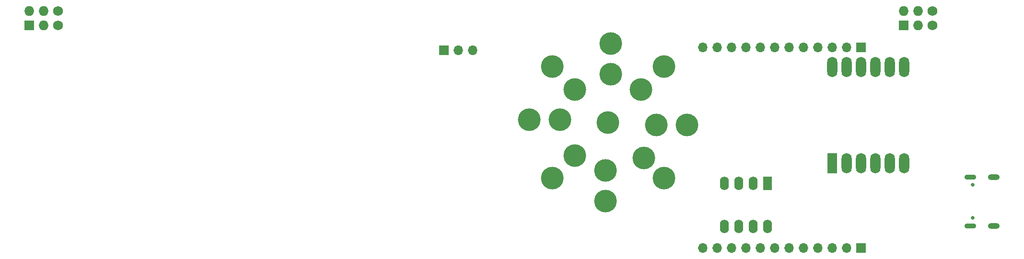
<source format=gts>
G04 #@! TF.GenerationSoftware,KiCad,Pcbnew,6.0.7-f9a2dced07~116~ubuntu22.04.1*
G04 #@! TF.CreationDate,2022-10-14T14:53:26-07:00*
G04 #@! TF.ProjectId,badge-18650,62616467-652d-4313-9836-35302e6b6963,rev?*
G04 #@! TF.SameCoordinates,Original*
G04 #@! TF.FileFunction,Soldermask,Top*
G04 #@! TF.FilePolarity,Negative*
%FSLAX46Y46*%
G04 Gerber Fmt 4.6, Leading zero omitted, Abs format (unit mm)*
G04 Created by KiCad (PCBNEW 6.0.7-f9a2dced07~116~ubuntu22.04.1) date 2022-10-14 14:53:26*
%MOMM*%
%LPD*%
G01*
G04 APERTURE LIST*
%ADD10O,1.727200X1.727200*%
%ADD11R,1.727200X1.727200*%
%ADD12C,1.727200*%
%ADD13R,1.700000X1.700000*%
%ADD14O,1.700000X1.700000*%
%ADD15R,1.800000X3.600000*%
%ADD16O,1.800000X3.600000*%
%ADD17R,1.600000X2.400000*%
%ADD18O,1.600000X2.400000*%
%ADD19C,4.000000*%
%ADD20C,0.650000*%
%ADD21O,2.100000X0.900000*%
%ADD22O,2.100000X1.000000*%
G04 APERTURE END LIST*
D10*
G04 #@! TO.C,X1*
X109660000Y-97810000D03*
D11*
X109660000Y-100350000D03*
D10*
X112200000Y-97810000D03*
X112200000Y-100350000D03*
D12*
X114740000Y-97810000D03*
X114740000Y-100350000D03*
G04 #@! TD*
D10*
G04 #@! TO.C,X2*
X264057898Y-97810000D03*
D11*
X264057898Y-100350000D03*
D10*
X266597898Y-97810000D03*
X266597898Y-100350000D03*
D12*
X269137898Y-97810000D03*
X269137898Y-100350000D03*
G04 #@! TD*
D13*
G04 #@! TO.C,J1*
X182895000Y-104705000D03*
D14*
X185435000Y-104705000D03*
X187975000Y-104705000D03*
G04 #@! TD*
D15*
G04 #@! TO.C,U6*
X251460000Y-124725000D03*
D16*
X254000000Y-124725000D03*
X256540000Y-124725000D03*
X259080000Y-124725000D03*
X261620000Y-124725000D03*
X264160000Y-124725000D03*
X264160000Y-107685000D03*
X261620000Y-107685000D03*
X259080000Y-107685000D03*
X256540000Y-107685000D03*
X254000000Y-107685000D03*
X251460000Y-107685000D03*
G04 #@! TD*
D17*
G04 #@! TO.C,SW1*
X240030000Y-128270000D03*
D18*
X237490000Y-128270000D03*
X234950000Y-128270000D03*
X232410000Y-128270000D03*
X232410000Y-135890000D03*
X234950000Y-135890000D03*
X237490000Y-135890000D03*
X240030000Y-135890000D03*
G04 #@! TD*
D19*
G04 #@! TO.C,LS1*
X220413743Y-117924013D03*
X217719666Y-111637834D03*
X218168679Y-123761179D03*
X211433487Y-131394397D03*
X212331513Y-103555603D03*
X202004218Y-107596718D03*
X203351257Y-117025987D03*
X202004218Y-127353282D03*
X206045334Y-111637834D03*
X221760782Y-107596718D03*
X212331513Y-108943757D03*
X211433487Y-126006243D03*
X197963103Y-117025987D03*
X211882500Y-117475000D03*
X225801897Y-117924013D03*
X206045334Y-123312166D03*
X221760782Y-127353282D03*
G04 #@! TD*
D13*
G04 #@! TO.C,J2*
X256540000Y-139700000D03*
D14*
X254000000Y-139700000D03*
X251460000Y-139700000D03*
X248920000Y-139700000D03*
X246380000Y-139700000D03*
X243840000Y-139700000D03*
X241300000Y-139700000D03*
X238760000Y-139700000D03*
X236220000Y-139700000D03*
X233680000Y-139700000D03*
X231140000Y-139700000D03*
X228600000Y-139700000D03*
G04 #@! TD*
D13*
G04 #@! TO.C,J4*
X256515000Y-104197000D03*
D14*
X253975000Y-104197000D03*
X251435000Y-104197000D03*
X248895000Y-104197000D03*
X246355000Y-104197000D03*
X243815000Y-104197000D03*
X241275000Y-104197000D03*
X238735000Y-104197000D03*
X236195000Y-104197000D03*
X233655000Y-104197000D03*
X231115000Y-104197000D03*
X228575000Y-104197000D03*
G04 #@! TD*
D20*
G04 #@! TO.C,J5*
X276320000Y-128555000D03*
X276320000Y-134335000D03*
D21*
X275820000Y-127125000D03*
D22*
X280000000Y-127125000D03*
D21*
X275820000Y-135765000D03*
D22*
X280000000Y-135765000D03*
G04 #@! TD*
M02*

</source>
